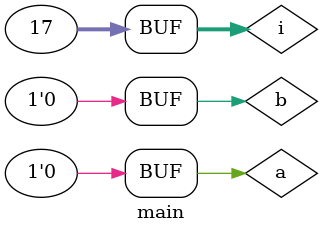
<source format=v>
`timescale 1ns/100ps

module deco2_4(input a, input b, output [3:0] y);
  assign y[0] = ({a, b} == 2'b00);
  assign y[1] = ({a, b} == 2'b01);
  assign y[2] = ({a, b} == 2'b10);
  assign y[3] = ({a, b} == 2'b11);
endmodule

module main;
  reg a, b;
  wire [3:0] y;

  deco2_4 d24(a, b, y);//對應example.v檔案內第一行的module宣告

  integer i;
  initial begin
    for(i = 0; i <= 16; i = i + 1) begin
      {a, b} = i;
      #10;
    end
  end

  initial begin
    $dumpfile("deco2_4.vcd");
    $dumpvars;
  end

endmodule
</source>
